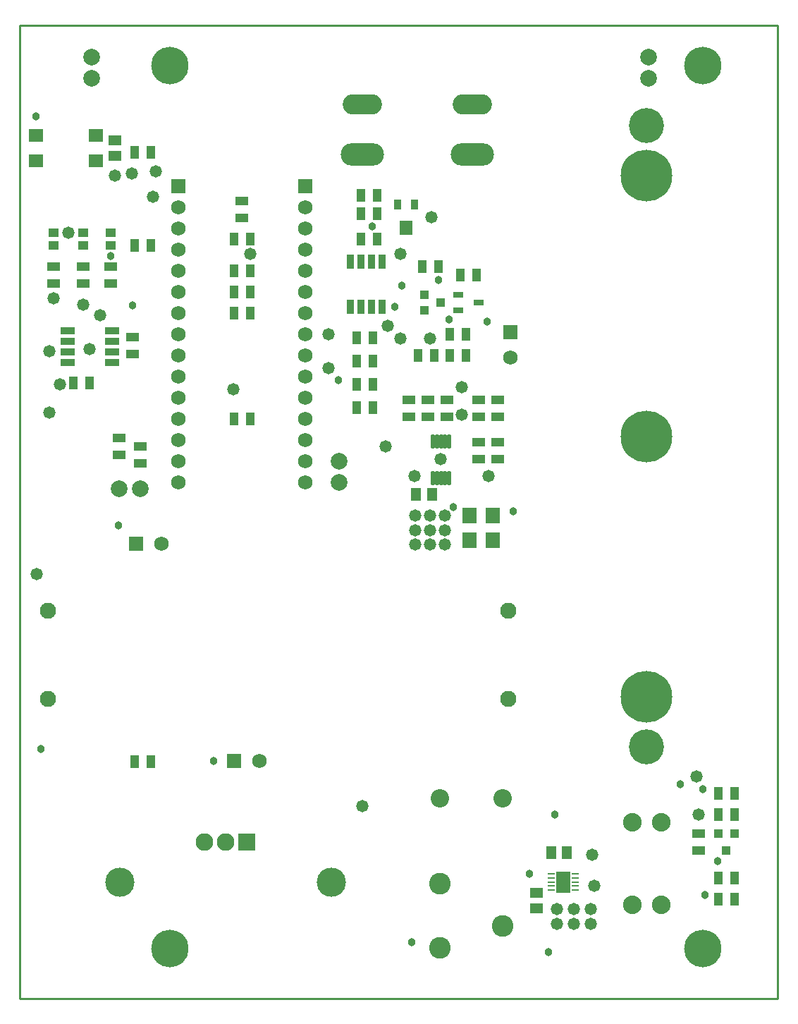
<source format=gts>
G04*
G04 #@! TF.GenerationSoftware,Altium Limited,Altium Designer,22.1.2 (22)*
G04*
G04 Layer_Color=8388736*
%FSLAX25Y25*%
%MOIN*%
G70*
G04*
G04 #@! TF.SameCoordinates,1FBEEAC3-0BD1-4FD0-85FF-EBB5E8CC558E*
G04*
G04*
G04 #@! TF.FilePolarity,Negative*
G04*
G01*
G75*
%ADD12C,0.01000*%
%ADD31R,0.05900X0.06700*%
%ADD32R,0.03700X0.04500*%
%ADD41C,0.03800*%
%ADD42R,0.04343X0.03950*%
%ADD43R,0.04343X0.06115*%
%ADD44R,0.06730X0.09958*%
%ADD45R,0.03692X0.01161*%
%ADD46R,0.06312X0.04934*%
%ADD47R,0.04934X0.06312*%
G04:AMPARAMS|DCode=48|XSize=65.75mil|YSize=20.47mil|CornerRadius=7.28mil|HoleSize=0mil|Usage=FLASHONLY|Rotation=270.000|XOffset=0mil|YOffset=0mil|HoleType=Round|Shape=RoundedRectangle|*
%AMROUNDEDRECTD48*
21,1,0.06575,0.00591,0,0,270.0*
21,1,0.05118,0.02047,0,0,270.0*
1,1,0.01457,-0.00295,-0.02559*
1,1,0.01457,-0.00295,0.02559*
1,1,0.01457,0.00295,0.02559*
1,1,0.01457,0.00295,-0.02559*
%
%ADD48ROUNDEDRECTD48*%
%ADD49R,0.06115X0.04343*%
%ADD50R,0.03950X0.04343*%
%ADD51R,0.04540X0.04343*%
%ADD52R,0.07099X0.06312*%
%ADD53R,0.06902X0.03359*%
%ADD54R,0.04737X0.03162*%
%ADD55R,0.06509X0.07690*%
%ADD56R,0.03359X0.06902*%
%ADD57R,0.06824X0.06824*%
%ADD58C,0.06824*%
%ADD59C,0.16548*%
%ADD60O,0.20485X0.10642*%
%ADD61O,0.18517X0.09658*%
%ADD62C,0.17729*%
%ADD63C,0.08800*%
%ADD64C,0.07887*%
%ADD65C,0.07690*%
%ADD66R,0.08359X0.08359*%
%ADD67C,0.08359*%
%ADD68C,0.13800*%
%ADD69C,0.08674*%
%ADD70C,0.10249*%
%ADD71R,0.06800X0.06800*%
%ADD72C,0.06800*%
%ADD73R,0.06800X0.06800*%
%ADD74C,0.05800*%
%ADD75C,0.24422*%
D12*
X358268Y460000D02*
X358268Y0D01*
X0D02*
X358268D01*
X-0Y460000D02*
X0Y0D01*
Y460000D02*
X358268D01*
D31*
X182480Y364144D02*
D03*
D32*
X178543Y375145D02*
D03*
X186417D02*
D03*
D41*
X250000Y22000D02*
D03*
X197937Y339614D02*
D03*
X180500Y336851D02*
D03*
X203000Y321000D02*
D03*
X43000Y350943D02*
D03*
X241000Y59000D02*
D03*
X7551Y417000D02*
D03*
X253000Y87000D02*
D03*
X324000Y49000D02*
D03*
X330000Y65000D02*
D03*
X322883Y99117D02*
D03*
X221000Y320000D02*
D03*
X46500Y223500D02*
D03*
X91535Y112205D02*
D03*
X312303Y101378D02*
D03*
X204724Y232283D02*
D03*
X166500Y365000D02*
D03*
X185039Y26575D02*
D03*
X150591Y292323D02*
D03*
X9843Y118110D02*
D03*
X53150Y327756D02*
D03*
X233268Y230315D02*
D03*
X177329Y326929D02*
D03*
D42*
X198937Y329000D02*
D03*
X191063Y325260D02*
D03*
Y332740D02*
D03*
D43*
X195937Y304000D02*
D03*
X188063D02*
D03*
X330063Y87000D02*
D03*
X337937D02*
D03*
X330063Y47000D02*
D03*
X337937D02*
D03*
X330063Y97000D02*
D03*
X337937D02*
D03*
Y57000D02*
D03*
X330063D02*
D03*
X54063Y356000D02*
D03*
X61937D02*
D03*
Y400000D02*
D03*
X54063D02*
D03*
X32937Y291000D02*
D03*
X25063D02*
D03*
X215937Y342000D02*
D03*
X208063D02*
D03*
X167000Y279189D02*
D03*
X159126D02*
D03*
X167000Y290189D02*
D03*
X159126D02*
D03*
X108937Y274000D02*
D03*
X101063D02*
D03*
Y344000D02*
D03*
X108937D02*
D03*
Y359000D02*
D03*
X101063D02*
D03*
Y334000D02*
D03*
X108937D02*
D03*
X161063Y359000D02*
D03*
X168937D02*
D03*
X161063Y379500D02*
D03*
X168937D02*
D03*
Y371000D02*
D03*
X161063D02*
D03*
X203063Y314000D02*
D03*
X210937D02*
D03*
X203063Y304000D02*
D03*
X210937D02*
D03*
X159126Y312189D02*
D03*
X167000D02*
D03*
X54063Y112000D02*
D03*
X61937D02*
D03*
X167000Y301189D02*
D03*
X159126D02*
D03*
X101063Y324000D02*
D03*
X108937D02*
D03*
X190063Y346000D02*
D03*
X197937D02*
D03*
D44*
X256890Y55118D02*
D03*
D45*
X251202Y59055D02*
D03*
X262577D02*
D03*
Y57087D02*
D03*
Y55118D02*
D03*
Y53150D02*
D03*
Y51181D02*
D03*
X251202D02*
D03*
Y53150D02*
D03*
Y55118D02*
D03*
Y57087D02*
D03*
D46*
X45000Y398260D02*
D03*
Y405740D02*
D03*
X244094Y50000D02*
D03*
Y42520D02*
D03*
D47*
X258661Y68898D02*
D03*
X251181D02*
D03*
X194685Y238189D02*
D03*
X187205D02*
D03*
D48*
X202962Y263323D02*
D03*
X200993D02*
D03*
X199025D02*
D03*
X197056D02*
D03*
X195088D02*
D03*
X200993Y246000D02*
D03*
X199025D02*
D03*
X197056D02*
D03*
X195088D02*
D03*
X202962D02*
D03*
D49*
X30000Y345937D02*
D03*
Y338063D02*
D03*
X43000D02*
D03*
Y345937D02*
D03*
X16000D02*
D03*
Y338063D02*
D03*
X321000Y70063D02*
D03*
Y77937D02*
D03*
X53244Y304685D02*
D03*
Y312559D02*
D03*
X57000Y253063D02*
D03*
Y260937D02*
D03*
X105000Y376937D02*
D03*
Y369063D02*
D03*
X225962Y275063D02*
D03*
Y282937D02*
D03*
X47000Y264937D02*
D03*
Y257063D02*
D03*
X184000Y282937D02*
D03*
Y275063D02*
D03*
X216962Y255063D02*
D03*
Y262937D02*
D03*
X225962Y255063D02*
D03*
Y262937D02*
D03*
X193000Y282937D02*
D03*
Y275063D02*
D03*
X202000Y282937D02*
D03*
Y275063D02*
D03*
X216962Y282937D02*
D03*
Y275063D02*
D03*
D50*
X334000Y70063D02*
D03*
X330260Y77937D02*
D03*
X337740D02*
D03*
D51*
X43000Y362051D02*
D03*
Y355949D02*
D03*
X16000Y362051D02*
D03*
Y355949D02*
D03*
X30000D02*
D03*
Y362051D02*
D03*
D52*
X7551Y407866D02*
D03*
Y396055D02*
D03*
X35898Y407866D02*
D03*
Y396055D02*
D03*
D53*
X43630Y300500D02*
D03*
Y305500D02*
D03*
Y310500D02*
D03*
Y315500D02*
D03*
X22370Y300500D02*
D03*
Y305500D02*
D03*
Y310500D02*
D03*
Y315500D02*
D03*
D54*
X216724Y329000D02*
D03*
X207276Y325260D02*
D03*
Y332740D02*
D03*
D55*
X212450Y216535D02*
D03*
X223474D02*
D03*
Y228346D02*
D03*
X212450D02*
D03*
D56*
X156063Y326929D02*
D03*
X161063D02*
D03*
X166063D02*
D03*
X171063D02*
D03*
X156063Y348189D02*
D03*
X161063D02*
D03*
X166063D02*
D03*
X171063D02*
D03*
D57*
X75000Y384000D02*
D03*
X135000D02*
D03*
D58*
X75000Y374000D02*
D03*
X135000D02*
D03*
X75000Y364000D02*
D03*
X135000D02*
D03*
X75000Y354000D02*
D03*
X135000D02*
D03*
X75000Y344000D02*
D03*
X135000D02*
D03*
X75000Y334000D02*
D03*
X135000D02*
D03*
X75000Y324000D02*
D03*
X135000D02*
D03*
X75000Y314000D02*
D03*
X135000D02*
D03*
X75000Y304000D02*
D03*
X135000D02*
D03*
X75000Y294000D02*
D03*
X135000D02*
D03*
X75000Y284000D02*
D03*
X135000D02*
D03*
X75000Y274000D02*
D03*
X135000D02*
D03*
X75000Y264000D02*
D03*
X135000D02*
D03*
X75000Y254000D02*
D03*
X135000D02*
D03*
X75000Y244000D02*
D03*
X135000D02*
D03*
D59*
X296260Y118898D02*
D03*
Y412598D02*
D03*
D60*
X162000Y399000D02*
D03*
X214000D02*
D03*
D61*
X162000Y422622D02*
D03*
X214000D02*
D03*
D62*
X322835Y23622D02*
D03*
X70866D02*
D03*
X322835Y440945D02*
D03*
X70866D02*
D03*
D63*
X303150Y44291D02*
D03*
Y83291D02*
D03*
X289650D02*
D03*
Y44291D02*
D03*
D64*
X297244Y444882D02*
D03*
Y434882D02*
D03*
X151000Y244000D02*
D03*
Y254000D02*
D03*
X34000Y434882D02*
D03*
Y444882D02*
D03*
X47000Y241000D02*
D03*
X57000D02*
D03*
D65*
X230807Y141732D02*
D03*
X13287D02*
D03*
X230807Y183232D02*
D03*
X13287D02*
D03*
D66*
X107244Y73819D02*
D03*
D67*
X97244D02*
D03*
X87244D02*
D03*
D68*
X47244Y55118D02*
D03*
X147244D02*
D03*
D69*
X198425Y94488D02*
D03*
X228346D02*
D03*
D70*
Y34252D02*
D03*
X198425Y54331D02*
D03*
Y24016D02*
D03*
D71*
X55000Y215000D02*
D03*
X101189Y112205D02*
D03*
D72*
X67000Y215000D02*
D03*
X113189Y112205D02*
D03*
X232000Y303000D02*
D03*
D73*
Y315000D02*
D03*
D74*
X194000Y312000D02*
D03*
X180000D02*
D03*
X174000Y318000D02*
D03*
X180000Y352000D02*
D03*
X194587Y369193D02*
D03*
X186516Y246850D02*
D03*
X320000Y105000D02*
D03*
X53000Y390000D02*
D03*
X63000Y379000D02*
D03*
X45000Y389000D02*
D03*
X64103Y391036D02*
D03*
X109000Y352000D02*
D03*
X16000Y331000D02*
D03*
X38000Y323000D02*
D03*
X30000Y328000D02*
D03*
X23000Y361873D02*
D03*
X321000Y87000D02*
D03*
X7874Y200787D02*
D03*
X271654Y53150D02*
D03*
X270669Y67913D02*
D03*
X269685Y35433D02*
D03*
Y42323D02*
D03*
X261811D02*
D03*
Y35433D02*
D03*
X253937D02*
D03*
Y42323D02*
D03*
X161756Y91000D02*
D03*
X18701Y290354D02*
D03*
X14000Y277000D02*
D03*
Y306000D02*
D03*
X146000Y314000D02*
D03*
X173000Y261000D02*
D03*
X209000Y289000D02*
D03*
Y276000D02*
D03*
X199000Y255000D02*
D03*
X146000Y298000D02*
D03*
X101000Y288000D02*
D03*
X33000Y307000D02*
D03*
X221457Y247047D02*
D03*
X200787Y214567D02*
D03*
Y221457D02*
D03*
Y228346D02*
D03*
X193898Y214567D02*
D03*
Y221457D02*
D03*
Y228346D02*
D03*
X187008Y214567D02*
D03*
Y221457D02*
D03*
Y228346D02*
D03*
D75*
X296260Y388976D02*
D03*
Y142520D02*
D03*
Y265748D02*
D03*
M02*

</source>
